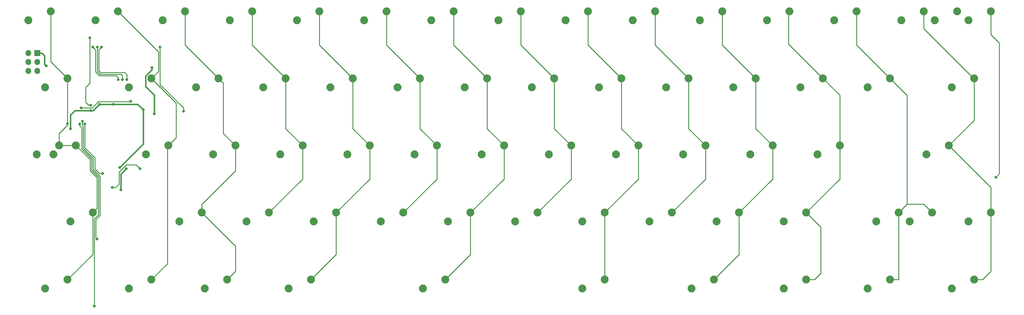
<source format=gbr>
%TF.GenerationSoftware,KiCad,Pcbnew,(6.0.6)*%
%TF.CreationDate,2022-07-22T23:56:38+02:00*%
%TF.ProjectId,bakeneko-60-pcb,62616b65-6e65-46b6-9f2d-36302d706362,rev?*%
%TF.SameCoordinates,Original*%
%TF.FileFunction,Copper,L1,Top*%
%TF.FilePolarity,Positive*%
%FSLAX46Y46*%
G04 Gerber Fmt 4.6, Leading zero omitted, Abs format (unit mm)*
G04 Created by KiCad (PCBNEW (6.0.6)) date 2022-07-22 23:56:38*
%MOMM*%
%LPD*%
G01*
G04 APERTURE LIST*
%TA.AperFunction,ComponentPad*%
%ADD10C,2.250000*%
%TD*%
%TA.AperFunction,ComponentPad*%
%ADD11O,1.700000X1.700000*%
%TD*%
%TA.AperFunction,ComponentPad*%
%ADD12R,1.700000X1.700000*%
%TD*%
%TA.AperFunction,ViaPad*%
%ADD13C,0.800000*%
%TD*%
%TA.AperFunction,Conductor*%
%ADD14C,0.381000*%
%TD*%
%TA.AperFunction,Conductor*%
%ADD15C,0.250000*%
%TD*%
G04 APERTURE END LIST*
D10*
%TO.P,MX1,1,A*%
%TO.N,Net-(D1-Pad2)*%
X5190000Y-6460000D03*
%TO.P,MX1,2,B*%
%TO.N,COL0*%
X11540000Y-3920000D03*
%TD*%
%TO.P,MX2,1,A*%
%TO.N,Net-(D2-Pad2)*%
X24240000Y-6460000D03*
%TO.P,MX2,2,B*%
%TO.N,COL1*%
X30590000Y-3920000D03*
%TD*%
%TO.P,MX3,1,A*%
%TO.N,Net-(D3-Pad2)*%
X43290000Y-6460000D03*
%TO.P,MX3,2,B*%
%TO.N,COL2*%
X49640000Y-3920000D03*
%TD*%
%TO.P,MX4,1,A*%
%TO.N,Net-(D4-Pad2)*%
X62340000Y-6460000D03*
%TO.P,MX4,2,B*%
%TO.N,COL3*%
X68690000Y-3920000D03*
%TD*%
%TO.P,MX5,1,A*%
%TO.N,Net-(D5-Pad2)*%
X81390000Y-6460000D03*
%TO.P,MX5,2,B*%
%TO.N,COL4*%
X87740000Y-3920000D03*
%TD*%
%TO.P,MX6,1,A*%
%TO.N,Net-(D6-Pad2)*%
X100440000Y-6460000D03*
%TO.P,MX6,2,B*%
%TO.N,COL5*%
X106790000Y-3920000D03*
%TD*%
%TO.P,MX7,1,A*%
%TO.N,Net-(D7-Pad2)*%
X119490000Y-6460000D03*
%TO.P,MX7,2,B*%
%TO.N,COL6*%
X125840000Y-3920000D03*
%TD*%
%TO.P,MX9,1,A*%
%TO.N,Net-(D9-Pad2)*%
X157590000Y-6460000D03*
%TO.P,MX9,2,B*%
%TO.N,COL8*%
X163940000Y-3920000D03*
%TD*%
%TO.P,MX10,1,A*%
%TO.N,Net-(D10-Pad2)*%
X176640000Y-6460000D03*
%TO.P,MX10,2,B*%
%TO.N,COL9*%
X182990000Y-3920000D03*
%TD*%
%TO.P,MX11,1,A*%
%TO.N,Net-(D11-Pad2)*%
X195690000Y-6460000D03*
%TO.P,MX11,2,B*%
%TO.N,COL10*%
X202040000Y-3920000D03*
%TD*%
%TO.P,MX12,1,A*%
%TO.N,Net-(D12-Pad2)*%
X214740000Y-6460000D03*
%TO.P,MX12,2,B*%
%TO.N,COL11*%
X221090000Y-3920000D03*
%TD*%
%TO.P,MX13,1,A*%
%TO.N,Net-(D13-Pad2)*%
X233790000Y-6460000D03*
%TO.P,MX13,2,B*%
%TO.N,COL12*%
X240140000Y-3920000D03*
%TD*%
%TO.P,MX14,1,A*%
%TO.N,Net-(D14-Pad2)*%
X252840000Y-6460000D03*
%TO.P,MX14,2,B*%
%TO.N,COL13*%
X259190000Y-3920000D03*
%TD*%
%TO.P,MX16,1,A*%
%TO.N,Net-(D15-Pad2)*%
X262365000Y-6460000D03*
%TO.P,MX16,2,B*%
%TO.N,COL14*%
X268715000Y-3920000D03*
%TD*%
%TO.P,MX17,1,A*%
%TO.N,Net-(D16-Pad2)*%
X9952500Y-25510000D03*
%TO.P,MX17,2,B*%
%TO.N,COL0*%
X16302500Y-22970000D03*
%TD*%
%TO.P,MX18,1,A*%
%TO.N,Net-(D17-Pad2)*%
X33765000Y-25510000D03*
%TO.P,MX18,2,B*%
%TO.N,COL1*%
X40115000Y-22970000D03*
%TD*%
%TO.P,MX19,1,A*%
%TO.N,Net-(D18-Pad2)*%
X52815000Y-25510000D03*
%TO.P,MX19,2,B*%
%TO.N,COL2*%
X59165000Y-22970000D03*
%TD*%
%TO.P,MX20,1,A*%
%TO.N,Net-(D19-Pad2)*%
X71865000Y-25510000D03*
%TO.P,MX20,2,B*%
%TO.N,COL3*%
X78215000Y-22970000D03*
%TD*%
%TO.P,MX21,1,A*%
%TO.N,Net-(D20-Pad2)*%
X90915000Y-25510000D03*
%TO.P,MX21,2,B*%
%TO.N,COL4*%
X97265000Y-22970000D03*
%TD*%
%TO.P,MX22,1,A*%
%TO.N,Net-(D21-Pad2)*%
X109965000Y-25510000D03*
%TO.P,MX22,2,B*%
%TO.N,COL5*%
X116315000Y-22970000D03*
%TD*%
%TO.P,MX23,1,A*%
%TO.N,Net-(D22-Pad2)*%
X129015000Y-25510000D03*
%TO.P,MX23,2,B*%
%TO.N,COL6*%
X135365000Y-22970000D03*
%TD*%
%TO.P,MX24,1,A*%
%TO.N,Net-(D23-Pad2)*%
X148065000Y-25510000D03*
%TO.P,MX24,2,B*%
%TO.N,COL7*%
X154415000Y-22970000D03*
%TD*%
%TO.P,MX25,1,A*%
%TO.N,Net-(D24-Pad2)*%
X167115000Y-25510000D03*
%TO.P,MX25,2,B*%
%TO.N,COL8*%
X173465000Y-22970000D03*
%TD*%
%TO.P,MX26,1,A*%
%TO.N,Net-(D25-Pad2)*%
X186165000Y-25510000D03*
%TO.P,MX26,2,B*%
%TO.N,COL9*%
X192515000Y-22970000D03*
%TD*%
%TO.P,MX27,1,A*%
%TO.N,Net-(D26-Pad2)*%
X205215000Y-25510000D03*
%TO.P,MX27,2,B*%
%TO.N,COL10*%
X211565000Y-22970000D03*
%TD*%
%TO.P,MX28,1,A*%
%TO.N,Net-(D27-Pad2)*%
X224265000Y-25510000D03*
%TO.P,MX28,2,B*%
%TO.N,COL11*%
X230615000Y-22970000D03*
%TD*%
%TO.P,MX29,1,A*%
%TO.N,Net-(D28-Pad2)*%
X243315000Y-25510000D03*
%TO.P,MX29,2,B*%
%TO.N,COL12*%
X249665000Y-22970000D03*
%TD*%
%TO.P,MX30,1,A*%
%TO.N,Net-(D29-Pad2)*%
X267127500Y-25510000D03*
%TO.P,MX30,2,B*%
%TO.N,COL13*%
X273477500Y-22970000D03*
%TD*%
%TO.P,MX31,1,A*%
%TO.N,Net-(D30-Pad2)*%
X7571250Y-44560000D03*
%TO.P,MX31,2,B*%
%TO.N,COL0*%
X13921250Y-42020000D03*
%TD*%
%TO.P,MX32,1,A*%
%TO.N,Net-(D30-Pad2)*%
X12333750Y-44560000D03*
%TO.P,MX32,2,B*%
%TO.N,COL0*%
X18683750Y-42020000D03*
%TD*%
%TO.P,MX33,1,A*%
%TO.N,Net-(D31-Pad2)*%
X38527500Y-44560000D03*
%TO.P,MX33,2,B*%
%TO.N,COL1*%
X44877500Y-42020000D03*
%TD*%
%TO.P,MX34,1,A*%
%TO.N,Net-(D32-Pad2)*%
X57577500Y-44560000D03*
%TO.P,MX34,2,B*%
%TO.N,COL2*%
X63927500Y-42020000D03*
%TD*%
%TO.P,MX35,1,A*%
%TO.N,Net-(D33-Pad2)*%
X76627500Y-44560000D03*
%TO.P,MX35,2,B*%
%TO.N,COL3*%
X82977500Y-42020000D03*
%TD*%
%TO.P,MX36,1,A*%
%TO.N,Net-(D34-Pad2)*%
X95677500Y-44560000D03*
%TO.P,MX36,2,B*%
%TO.N,COL4*%
X102027500Y-42020000D03*
%TD*%
%TO.P,MX37,1,A*%
%TO.N,Net-(D35-Pad2)*%
X114727500Y-44560000D03*
%TO.P,MX37,2,B*%
%TO.N,COL5*%
X121077500Y-42020000D03*
%TD*%
%TO.P,MX38,1,A*%
%TO.N,Net-(D36-Pad2)*%
X133777500Y-44560000D03*
%TO.P,MX38,2,B*%
%TO.N,COL6*%
X140127500Y-42020000D03*
%TD*%
%TO.P,MX39,1,A*%
%TO.N,Net-(D37-Pad2)*%
X152827500Y-44560000D03*
%TO.P,MX39,2,B*%
%TO.N,COL7*%
X159177500Y-42020000D03*
%TD*%
%TO.P,MX40,1,A*%
%TO.N,Net-(D38-Pad2)*%
X171877500Y-44560000D03*
%TO.P,MX40,2,B*%
%TO.N,COL8*%
X178227500Y-42020000D03*
%TD*%
%TO.P,MX41,1,A*%
%TO.N,Net-(D39-Pad2)*%
X190927500Y-44560000D03*
%TO.P,MX41,2,B*%
%TO.N,COL9*%
X197277500Y-42020000D03*
%TD*%
%TO.P,MX42,1,A*%
%TO.N,Net-(D40-Pad2)*%
X209977500Y-44560000D03*
%TO.P,MX42,2,B*%
%TO.N,COL10*%
X216327500Y-42020000D03*
%TD*%
%TO.P,MX43,1,A*%
%TO.N,Net-(D41-Pad2)*%
X229027500Y-44560000D03*
%TO.P,MX43,2,B*%
%TO.N,COL11*%
X235377500Y-42020000D03*
%TD*%
%TO.P,MX44,1,A*%
%TO.N,Net-(D42-Pad2)*%
X259983750Y-44560000D03*
%TO.P,MX44,2,B*%
%TO.N,COL13*%
X266333750Y-42020000D03*
%TD*%
%TO.P,MX45,1,A*%
%TO.N,Net-(D43-Pad2)*%
X17096250Y-63610000D03*
%TO.P,MX45,2,B*%
%TO.N,COL0*%
X23446250Y-61070000D03*
%TD*%
%TO.P,MX46,1,A*%
%TO.N,Net-(D44-Pad2)*%
X48052500Y-63610000D03*
%TO.P,MX46,2,B*%
%TO.N,COL2*%
X54402500Y-61070000D03*
%TD*%
%TO.P,MX47,1,A*%
%TO.N,Net-(D45-Pad2)*%
X67102500Y-63610000D03*
%TO.P,MX47,2,B*%
%TO.N,COL3*%
X73452500Y-61070000D03*
%TD*%
%TO.P,MX48,1,A*%
%TO.N,Net-(D46-Pad2)*%
X86152500Y-63610000D03*
%TO.P,MX48,2,B*%
%TO.N,COL4*%
X92502500Y-61070000D03*
%TD*%
%TO.P,MX49,1,A*%
%TO.N,Net-(D47-Pad2)*%
X105202500Y-63610000D03*
%TO.P,MX49,2,B*%
%TO.N,COL5*%
X111552500Y-61070000D03*
%TD*%
%TO.P,MX50,1,A*%
%TO.N,Net-(D48-Pad2)*%
X124252500Y-63610000D03*
%TO.P,MX50,2,B*%
%TO.N,COL6*%
X130602500Y-61070000D03*
%TD*%
%TO.P,MX51,1,A*%
%TO.N,Net-(D49-Pad2)*%
X143302500Y-63610000D03*
%TO.P,MX51,2,B*%
%TO.N,COL7*%
X149652500Y-61070000D03*
%TD*%
%TO.P,MX52,1,A*%
%TO.N,Net-(D50-Pad2)*%
X162352500Y-63610000D03*
%TO.P,MX52,2,B*%
%TO.N,COL8*%
X168702500Y-61070000D03*
%TD*%
%TO.P,MX53,1,A*%
%TO.N,Net-(D51-Pad2)*%
X181402500Y-63610000D03*
%TO.P,MX53,2,B*%
%TO.N,COL9*%
X187752500Y-61070000D03*
%TD*%
%TO.P,MX54,1,A*%
%TO.N,Net-(D52-Pad2)*%
X200452500Y-63610000D03*
%TO.P,MX54,2,B*%
%TO.N,COL10*%
X206802500Y-61070000D03*
%TD*%
%TO.P,MX55,1,A*%
%TO.N,Net-(D53-Pad2)*%
X219502500Y-63610000D03*
%TO.P,MX55,2,B*%
%TO.N,COL11*%
X225852500Y-61070000D03*
%TD*%
%TO.P,MX56,1,A*%
%TO.N,Net-(D54-Pad2)*%
X245696250Y-63610000D03*
%TO.P,MX56,2,B*%
%TO.N,COL12*%
X252046250Y-61070000D03*
%TD*%
%TO.P,MX57,1,A*%
%TO.N,Net-(D55-Pad2)*%
X271890000Y-63610000D03*
%TO.P,MX57,2,B*%
%TO.N,COL13*%
X278240000Y-61070000D03*
%TD*%
%TO.P,MX63,1,A*%
%TO.N,Net-(D60-Pad2)*%
X193309500Y-82660000D03*
%TO.P,MX63,2,B*%
%TO.N,COL10*%
X199659500Y-80120000D03*
%TD*%
%TO.P,MX71,1,A*%
%TO.N,Net-(D61-Pad2)*%
X219502500Y-82660000D03*
%TO.P,MX71,2,B*%
%TO.N,COL11*%
X225852500Y-80120000D03*
%TD*%
%TO.P,MX8,1,A*%
%TO.N,Net-(D8-Pad2)*%
X138540000Y-6460000D03*
%TO.P,MX8,2,B*%
%TO.N,COL7*%
X144890000Y-3920000D03*
%TD*%
%TO.P,MX58,1,A*%
%TO.N,Net-(D54-Pad2)*%
X255221250Y-63610000D03*
%TO.P,MX58,2,B*%
%TO.N,COL12*%
X261571250Y-61070000D03*
%TD*%
%TO.P,MX68,1,A*%
%TO.N,Net-(D57-Pad2)*%
X33764500Y-82660000D03*
%TO.P,MX68,2,B*%
%TO.N,COL1*%
X40114500Y-80120000D03*
%TD*%
%TO.P,MX69,1,A*%
%TO.N,Net-(D58-Pad2)*%
X55195500Y-82660000D03*
%TO.P,MX69,2,B*%
%TO.N,COL2*%
X61545500Y-80120000D03*
%TD*%
%TO.P,MX70,1,A*%
%TO.N,Net-(D59-Pad2)*%
X117107500Y-82660000D03*
%TO.P,MX70,2,B*%
%TO.N,COL6*%
X123457500Y-80120000D03*
%TD*%
%TO.P,MX72,1,A*%
%TO.N,Net-(D62-Pad2)*%
X243315000Y-82660000D03*
%TO.P,MX72,2,B*%
%TO.N,COL12*%
X249665000Y-80120000D03*
%TD*%
%TO.P,MX73,1,A*%
%TO.N,Net-(D63-Pad2)*%
X267127500Y-82660000D03*
%TO.P,MX73,2,B*%
%TO.N,COL13*%
X273477500Y-80120000D03*
%TD*%
%TO.P,MX67,1,A*%
%TO.N,Net-(D56-Pad2)*%
X9952500Y-82660000D03*
%TO.P,MX67,2,B*%
%TO.N,COL0*%
X16302500Y-80120000D03*
%TD*%
%TO.P,MX15,1,A*%
%TO.N,Net-(D15-Pad2)*%
X271890000Y-6460000D03*
%TO.P,MX15,2,B*%
%TO.N,COL14*%
X278240000Y-3920000D03*
%TD*%
%TO.P,MX74,1,A*%
%TO.N,Net-(D64-Pad2)*%
X79007500Y-82660000D03*
%TO.P,MX74,2,B*%
%TO.N,COL4*%
X85357500Y-80120000D03*
%TD*%
%TO.P,MX75,1,A*%
%TO.N,Net-(MX75-Pad1)*%
X162351500Y-82660000D03*
%TO.P,MX75,2,B*%
%TO.N,COL8*%
X168701500Y-80120000D03*
%TD*%
D11*
%TO.P,J2,1,MISO*%
%TO.N,MISO*%
X5190000Y-20807501D03*
%TO.P,J2,2,VCC*%
%TO.N,+5V*%
X7730000Y-20807501D03*
%TO.P,J2,3,SCK*%
%TO.N,SCK*%
X5190000Y-18267501D03*
%TO.P,J2,4,MOSI*%
%TO.N,MOSI*%
X7730000Y-18267501D03*
%TO.P,J2,5,~{RST}*%
%TO.N,RST*%
X5190000Y-15727501D03*
D12*
%TO.P,J2,6,GND*%
%TO.N,GND*%
X7730000Y-15727501D03*
%TD*%
D13*
%TO.N,GND*%
X40233750Y-19920000D03*
X31413750Y-54630000D03*
X40887500Y-33060000D03*
X32997500Y-48576250D03*
X10251485Y-19431484D03*
%TO.N,ROW0*%
X22893750Y-30565000D03*
X22603750Y-11443750D03*
%TO.N,ROW1*%
X34250000Y-29460000D03*
X20160000Y-31290000D03*
%TO.N,ROW2*%
X36883750Y-48590000D03*
X28943750Y-53970000D03*
%TO.N,ROW3*%
X24621260Y-68590000D03*
X20511781Y-35178113D03*
%TO.N,ROW4*%
X23887500Y-87643750D03*
X19783769Y-35913254D03*
%TO.N,MOSI*%
X31902295Y-23252418D03*
X24710000Y-14020002D03*
%TO.N,SCK*%
X23460000Y-14020002D03*
X30652295Y-23252418D03*
%TO.N,MISO*%
X33152295Y-23252418D03*
X25960000Y-14020002D03*
%TO.N,COL0*%
X16302500Y-35811250D03*
%TO.N,COL2*%
X26248750Y-49950000D03*
X21233770Y-35870020D03*
%TO.N,COL14*%
X279643750Y-51053125D03*
%TO.N,+5V*%
X31120000Y-48260000D03*
X17164520Y-37255480D03*
X25353750Y-30306250D03*
X22854251Y-32080501D03*
X29360000Y-30295000D03*
X37779382Y-31859382D03*
%TO.N,RST*%
X49204145Y-32239605D03*
X42553750Y-14020002D03*
%TD*%
D14*
%TO.N,GND*%
X31413750Y-50160000D02*
X32997500Y-48576250D01*
X8961000Y-15727501D02*
X9790000Y-16556501D01*
X9790000Y-18969999D02*
X10251485Y-19431484D01*
X38433750Y-25273750D02*
X38433750Y-22310000D01*
X38433750Y-22310000D02*
X40233750Y-20510000D01*
X40233750Y-19920000D02*
X40233750Y-20510000D01*
X9790000Y-16556501D02*
X9790000Y-18969999D01*
X7730000Y-15727501D02*
X8961000Y-15727501D01*
X31413750Y-54630000D02*
X31413750Y-50160000D01*
X40887500Y-27727500D02*
X38433750Y-25273750D01*
X40887500Y-33060000D02*
X40887500Y-27727500D01*
D15*
%TO.N,ROW0*%
X22328065Y-30565000D02*
X22893750Y-30565000D01*
X21460000Y-29696935D02*
X22328065Y-30565000D01*
X21460000Y-25480000D02*
X21460000Y-29696935D01*
X22603750Y-24336250D02*
X21460000Y-25480000D01*
X22603750Y-11443750D02*
X22603750Y-24336250D01*
%TO.N,ROW1*%
X25016998Y-29570000D02*
X33340000Y-29570000D01*
X33340000Y-29570000D02*
X34140000Y-29570000D01*
X34140000Y-29570000D02*
X34250000Y-29460000D01*
X20160000Y-31290000D02*
X23296998Y-31290000D01*
X23296998Y-31290000D02*
X25016998Y-29570000D01*
%TO.N,ROW2*%
X32963002Y-47490000D02*
X35783750Y-47490000D01*
X28943750Y-53970000D02*
X29928240Y-53970000D01*
X29928240Y-53970000D02*
X30898240Y-53000000D01*
X35783750Y-47490000D02*
X36883750Y-48590000D01*
X30898240Y-53000000D02*
X30898240Y-49554762D01*
X31768376Y-48684626D02*
X32963002Y-47490000D01*
X30898240Y-49554762D02*
X31768376Y-48684626D01*
%TO.N,ROW3*%
X20783760Y-36690010D02*
X20783760Y-42847190D01*
X25543759Y-61936401D02*
X24346270Y-63133890D01*
X20508769Y-35746810D02*
X20508769Y-36415019D01*
X20511781Y-35743798D02*
X20508769Y-35746810D01*
X20511781Y-35178113D02*
X20511781Y-35743798D01*
X24346270Y-68315010D02*
X24621260Y-68590000D01*
X23584364Y-45647794D02*
X23584364Y-48847024D01*
X20783760Y-42847190D02*
X23584364Y-45647794D01*
X25543759Y-50806419D02*
X25543759Y-61936401D01*
X23584364Y-48847024D02*
X25543759Y-50806419D01*
X24346270Y-63133890D02*
X24346270Y-68315010D01*
X20508769Y-36415019D02*
X20783760Y-36690010D01*
%TO.N,ROW4*%
X19783769Y-36478939D02*
X20333750Y-37028920D01*
X23134354Y-49033424D02*
X25093749Y-50992819D01*
X20333750Y-37028920D02*
X20333750Y-43033590D01*
X23134354Y-45834194D02*
X23134354Y-49033424D01*
X23896260Y-62947490D02*
X23896260Y-87634990D01*
X23896260Y-87634990D02*
X23887500Y-87643750D01*
X20333750Y-43033590D02*
X23134354Y-45834194D01*
X25093750Y-61750000D02*
X23896260Y-62947490D01*
X19783769Y-35913254D02*
X19783769Y-36478939D01*
X25093749Y-50992819D02*
X25093750Y-61750000D01*
%TO.N,MOSI*%
X31902295Y-23252418D02*
X31902295Y-22228536D01*
X25517331Y-21729992D02*
X24710000Y-20922661D01*
X31902295Y-22228536D02*
X31403751Y-21729992D01*
X24710000Y-20922661D02*
X24710000Y-14020002D01*
X31403751Y-21729992D02*
X25517331Y-21729992D01*
X24803750Y-14040002D02*
X24823750Y-14020002D01*
%TO.N,SCK*%
X30145562Y-22180000D02*
X25303750Y-22180000D01*
X30652295Y-22686733D02*
X30145562Y-22180000D01*
X24203750Y-21080000D02*
X24203750Y-14763752D01*
X24091245Y-14651247D02*
X23460000Y-14020002D01*
X30652295Y-23252418D02*
X30652295Y-22686733D01*
X25303750Y-22180000D02*
X24203750Y-21080000D01*
X24203750Y-14763752D02*
X24091245Y-14651247D01*
%TO.N,MISO*%
X32503731Y-21279981D02*
X25703731Y-21279981D01*
X25203750Y-20780000D02*
X25203750Y-14780000D01*
X25203750Y-14780000D02*
X25560001Y-14423749D01*
X25560001Y-14423749D02*
X25560001Y-14420001D01*
X25703731Y-21279981D02*
X25203750Y-20780000D01*
X25560001Y-14420001D02*
X25960000Y-14020002D01*
X33152295Y-21928545D02*
X32503731Y-21279981D01*
X33152295Y-23252418D02*
X33152295Y-21928545D01*
X33152295Y-23252418D02*
X33153750Y-23250963D01*
%TO.N,COL0*%
X23446250Y-61070000D02*
X24643741Y-59872509D01*
X24643741Y-59872509D02*
X24643741Y-51179221D01*
X11540000Y-18207500D02*
X16302500Y-22970000D01*
X22684345Y-49219825D02*
X22684345Y-47640595D01*
X24643741Y-51179221D02*
X22684345Y-49219825D01*
X23446250Y-72976250D02*
X16302500Y-80120000D01*
X11540000Y-3920000D02*
X11540000Y-18207500D01*
X18683750Y-42020000D02*
X22684345Y-46020595D01*
X16302500Y-35811250D02*
X16302500Y-36257515D01*
X15512240Y-80120000D02*
X15582240Y-80050000D01*
X16302500Y-22970000D02*
X16302500Y-35811250D01*
X13921250Y-38638765D02*
X16302500Y-36257515D01*
X15582240Y-80050000D02*
X15687340Y-80050000D01*
X13921250Y-42020000D02*
X13921250Y-38638765D01*
X13921250Y-42020000D02*
X18683750Y-42020000D01*
X22684345Y-46020595D02*
X22684345Y-47640595D01*
X23446250Y-61070000D02*
X23446250Y-72976250D01*
%TO.N,COL1*%
X44662501Y-42234999D02*
X44662501Y-75572499D01*
X42065000Y-15395000D02*
X30590000Y-3920000D01*
X47140000Y-29995000D02*
X40115000Y-22970000D01*
X42065000Y-21020000D02*
X42065000Y-15395000D01*
X44662501Y-75572499D02*
X40115000Y-80120000D01*
X44877500Y-42020000D02*
X47140000Y-39757500D01*
X44877500Y-42020000D02*
X44662501Y-42234999D01*
X47140000Y-39757500D02*
X47140000Y-29995000D01*
X40115000Y-22970000D02*
X42065000Y-21020000D01*
%TO.N,COL2*%
X59165000Y-22970000D02*
X60490000Y-24295000D01*
X63927500Y-77738000D02*
X61545500Y-80120000D01*
X49640000Y-13445000D02*
X59165000Y-22970000D01*
X54402500Y-61070000D02*
X63927500Y-70595000D01*
X60490000Y-24295000D02*
X60490000Y-38582500D01*
X49640000Y-3920000D02*
X49640000Y-13445000D01*
X21233770Y-37340020D02*
X21233770Y-42660790D01*
X21233770Y-36965930D02*
X21233770Y-37340020D01*
X24034374Y-48660624D02*
X25093750Y-49720000D01*
X24034374Y-45461394D02*
X24034374Y-48660624D01*
X63927500Y-49232500D02*
X54402500Y-58757500D01*
X21233770Y-37340020D02*
X21233770Y-35870020D01*
X63927500Y-42020000D02*
X63927500Y-49232500D01*
X25323750Y-49950000D02*
X25093750Y-49720000D01*
X60490000Y-38582500D02*
X63927500Y-42020000D01*
X54402500Y-58757500D02*
X54402500Y-61070000D01*
X21233770Y-42660790D02*
X24034374Y-45461394D01*
X26248750Y-49950000D02*
X25323750Y-49950000D01*
X63927500Y-70595000D02*
X63927500Y-77738000D01*
%TO.N,COL3*%
X82977500Y-51545000D02*
X73452500Y-61070000D01*
X68690000Y-3920000D02*
X68690000Y-13445000D01*
X78215000Y-37257500D02*
X82977500Y-42020000D01*
X82977500Y-42020000D02*
X82977500Y-51545000D01*
X68690000Y-13445000D02*
X78215000Y-22970000D01*
X78215000Y-22970000D02*
X78215000Y-37257500D01*
%TO.N,COL4*%
X102027500Y-42020000D02*
X102027500Y-51545000D01*
X97265000Y-22970000D02*
X97265000Y-37257500D01*
X92502500Y-72975000D02*
X85357500Y-80120000D01*
X97265000Y-37257500D02*
X102027500Y-42020000D01*
X87740000Y-3920000D02*
X87740000Y-13445000D01*
X87740000Y-13445000D02*
X97265000Y-22970000D01*
X102027500Y-51545000D02*
X92502500Y-61070000D01*
X92502500Y-61070000D02*
X92502500Y-72975000D01*
%TO.N,COL5*%
X106790000Y-3920000D02*
X106790000Y-13445000D01*
X106790000Y-13445000D02*
X116315000Y-22970000D01*
X116315000Y-22970000D02*
X116315000Y-37257500D01*
X121077500Y-42020000D02*
X121077500Y-51545000D01*
X121077500Y-51545000D02*
X111552500Y-61070000D01*
X116315000Y-37257500D02*
X121077500Y-42020000D01*
%TO.N,COL6*%
X125840000Y-3920000D02*
X125840000Y-13445000D01*
X140127500Y-42020000D02*
X140127500Y-51545000D01*
X130602500Y-61070000D02*
X130602500Y-72975000D01*
X135365000Y-37257500D02*
X140127500Y-42020000D01*
X135365000Y-22970000D02*
X135365000Y-37257500D01*
X130602500Y-72975000D02*
X123457500Y-80120000D01*
X140127500Y-51545000D02*
X130602500Y-61070000D01*
X125840000Y-13445000D02*
X135365000Y-22970000D01*
%TO.N,COL7*%
X159177500Y-51545000D02*
X149652500Y-61070000D01*
X154415000Y-37257500D02*
X159177500Y-42020000D01*
X159177500Y-42020000D02*
X159177500Y-51545000D01*
X154415000Y-22970000D02*
X154415000Y-37257500D01*
X144890000Y-3920000D02*
X144890000Y-13445000D01*
X144890000Y-13445000D02*
X154415000Y-22970000D01*
%TO.N,COL8*%
X173465000Y-22970000D02*
X173465000Y-37257500D01*
X168702500Y-80119000D02*
X168701500Y-80120000D01*
X178227500Y-51545000D02*
X168702500Y-61070000D01*
X178227500Y-42020000D02*
X178227500Y-51545000D01*
X168702500Y-61070000D02*
X168702500Y-80119000D01*
X163940000Y-13445000D02*
X173465000Y-22970000D01*
X163940000Y-3920000D02*
X163940000Y-13445000D01*
X173465000Y-37257500D02*
X178227500Y-42020000D01*
%TO.N,COL9*%
X197277500Y-51545000D02*
X187752500Y-61070000D01*
X192515000Y-22970000D02*
X192515000Y-37257500D01*
X182990000Y-3920000D02*
X182990000Y-13445000D01*
X192515000Y-37257500D02*
X197277500Y-42020000D01*
X197277500Y-42020000D02*
X197277500Y-51545000D01*
X182990000Y-13445000D02*
X192515000Y-22970000D01*
%TO.N,COL10*%
X211565000Y-22970000D02*
X211565000Y-37257500D01*
X216327500Y-42020000D02*
X216327500Y-51545000D01*
X211565000Y-37257500D02*
X216327500Y-42020000D01*
X216327500Y-51545000D02*
X206802500Y-61070000D01*
X202040000Y-3920000D02*
X202040000Y-13445000D01*
X206802500Y-72977000D02*
X199659500Y-80120000D01*
X202040000Y-13445000D02*
X211565000Y-22970000D01*
X206802500Y-61070000D02*
X206802500Y-72977000D01*
%TO.N,COL11*%
X225852500Y-61070000D02*
X229993750Y-65211250D01*
X229993750Y-78360000D02*
X228233750Y-80120000D01*
X220875001Y-4134999D02*
X221090000Y-3920000D01*
X220875001Y-13230001D02*
X220875001Y-4134999D01*
X225852500Y-80120000D02*
X228233750Y-80120000D01*
X230615000Y-22970000D02*
X220875001Y-13230001D01*
X235377500Y-27732500D02*
X230615000Y-22970000D01*
X235377500Y-42020000D02*
X235377500Y-27732500D01*
X225852500Y-61070000D02*
X235377500Y-51545000D01*
X235377500Y-51545000D02*
X235377500Y-42020000D01*
X229993750Y-65211250D02*
X229993750Y-78360000D01*
%TO.N,COL12*%
X240140000Y-3920000D02*
X240140000Y-13445000D01*
X249665000Y-22970000D02*
X254440000Y-27745000D01*
X254440000Y-27745000D02*
X254440000Y-58676250D01*
X260446251Y-59945001D02*
X261571250Y-61070000D01*
X240140000Y-13445000D02*
X249665000Y-22970000D01*
X252046250Y-61070000D02*
X252046250Y-80120000D01*
X254440000Y-58676250D02*
X252046250Y-61070000D01*
X254440000Y-58676250D02*
X259177500Y-58676250D01*
X249665000Y-80120000D02*
X252046250Y-80120000D01*
X259177500Y-58676250D02*
X260446251Y-59945001D01*
%TO.N,COL13*%
X278240000Y-53926250D02*
X278240000Y-61070000D01*
X278240000Y-77738750D02*
X275858750Y-80120000D01*
X273477500Y-34876250D02*
X266333750Y-42020000D01*
X273477500Y-22970000D02*
X273477500Y-34876250D01*
X273325998Y-22970000D02*
X273477500Y-22970000D01*
X278240000Y-61070000D02*
X278240000Y-77738750D01*
X273477500Y-80120000D02*
X275858750Y-80120000D01*
X266333750Y-42020000D02*
X278240000Y-53926250D01*
X259190000Y-3920000D02*
X259190000Y-8834002D01*
X259190000Y-8834002D02*
X273325998Y-22970000D01*
%TO.N,COL14*%
X280643750Y-12913750D02*
X280643750Y-50053125D01*
X278240000Y-10510000D02*
X280643750Y-12913750D01*
X280643750Y-50053125D02*
X279643750Y-51053125D01*
X278240000Y-3920000D02*
X278240000Y-10510000D01*
D14*
%TO.N,+5V*%
X23579499Y-32080501D02*
X23960000Y-31700000D01*
X18429499Y-32080501D02*
X22854251Y-32080501D01*
X22854251Y-32080501D02*
X23579499Y-32080501D01*
X17164520Y-37255480D02*
X17164520Y-33345480D01*
X17164520Y-33345480D02*
X18429499Y-32080501D01*
X36215000Y-30295000D02*
X37779382Y-31859382D01*
X29360000Y-30295000D02*
X36215000Y-30295000D01*
X25365000Y-30295000D02*
X25353750Y-30306250D01*
X29360000Y-30295000D02*
X25365000Y-30295000D01*
X25353750Y-30306250D02*
X23960000Y-31700000D01*
X37779382Y-31859382D02*
X37779382Y-41600618D01*
X37779382Y-41600618D02*
X31120000Y-48260000D01*
D15*
%TO.N,RST*%
X42553750Y-24710000D02*
X49204145Y-31360395D01*
X42553750Y-14505703D02*
X42553750Y-14700000D01*
X49204145Y-32139605D02*
X49204145Y-32239605D01*
X49204145Y-31360395D02*
X49204145Y-32239605D01*
X42553750Y-14700000D02*
X42553750Y-24710000D01*
X42553750Y-14700000D02*
X42553750Y-14020002D01*
%TD*%
M02*

</source>
